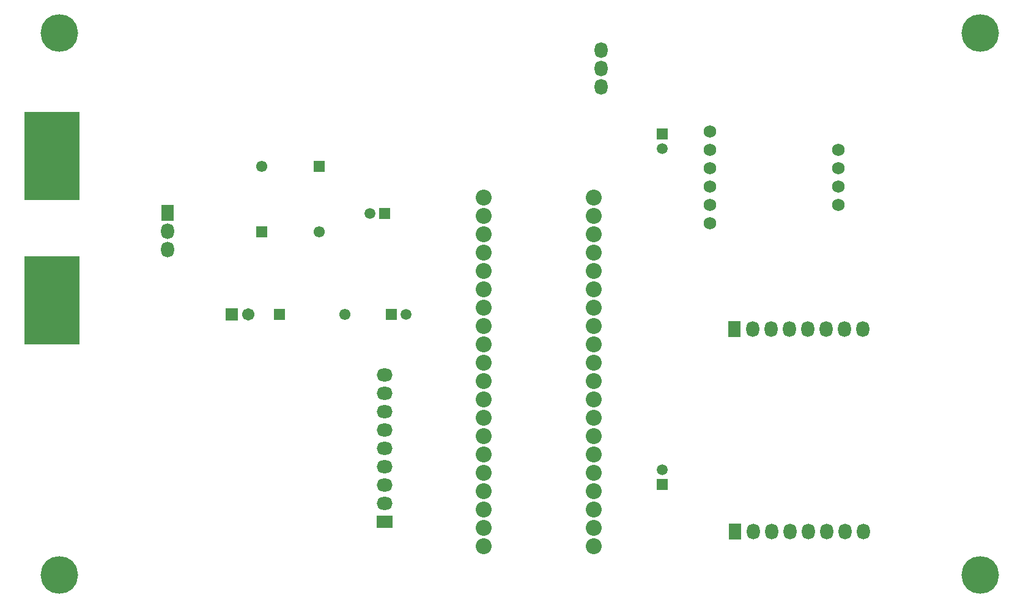
<source format=gbr>
G04*
G04 #@! TF.GenerationSoftware,Altium Limited,Altium Designer,24.1.2 (44)*
G04*
G04 Layer_Color=16711935*
%FSLAX44Y44*%
%MOMM*%
G71*
G04*
G04 #@! TF.SameCoordinates,0D7877E6-725A-4D16-A8B8-B6347F423BC3*
G04*
G04*
G04 #@! TF.FilePolarity,Negative*
G04*
G01*
G75*
%ADD13O,2.2032X1.8032*%
%ADD14R,2.2032X1.8032*%
%ADD15C,5.2032*%
%ADD16O,2.2032X2.2032*%
%ADD17R,7.7032X12.2032*%
%ADD18R,1.8032X2.2032*%
%ADD19O,1.8032X2.2032*%
%ADD20C,1.7272*%
%ADD21C,1.5032*%
%ADD22R,1.5032X1.5032*%
%ADD23R,1.7032X1.7032*%
%ADD24C,1.7032*%
%ADD25R,1.5032X1.5032*%
%ADD26C,1.5532*%
%ADD27R,1.5532X1.5532*%
%ADD28R,1.5532X1.5532*%
D13*
X500000Y148400D02*
D03*
Y173800D02*
D03*
Y199200D02*
D03*
Y224600D02*
D03*
Y250000D02*
D03*
Y275400D02*
D03*
Y300800D02*
D03*
Y326200D02*
D03*
D14*
Y123000D02*
D03*
D15*
X1325000Y800000D02*
D03*
X50000Y800000D02*
D03*
X50000Y50000D02*
D03*
X1325000D02*
D03*
D16*
X790000Y496200D02*
D03*
Y521600D02*
D03*
Y572400D02*
D03*
Y470800D02*
D03*
Y547000D02*
D03*
Y445400D02*
D03*
X637854Y191291D02*
D03*
Y89691D02*
D03*
Y165891D02*
D03*
Y140491D02*
D03*
Y115091D02*
D03*
Y216691D02*
D03*
Y242091D02*
D03*
Y292891D02*
D03*
Y318291D02*
D03*
Y343691D02*
D03*
Y267491D02*
D03*
Y369091D02*
D03*
Y419891D02*
D03*
Y572291D02*
D03*
Y546891D02*
D03*
Y521491D02*
D03*
Y496091D02*
D03*
Y394491D02*
D03*
Y470691D02*
D03*
Y445291D02*
D03*
X790000Y191400D02*
D03*
Y89546D02*
D03*
Y166000D02*
D03*
Y140600D02*
D03*
Y115200D02*
D03*
Y216800D02*
D03*
Y343800D02*
D03*
Y420000D02*
D03*
Y394600D02*
D03*
Y369200D02*
D03*
Y318400D02*
D03*
Y293000D02*
D03*
Y267600D02*
D03*
Y242200D02*
D03*
D17*
X40000Y430000D02*
D03*
Y630000D02*
D03*
D18*
X200000Y550800D02*
D03*
X984600Y390000D02*
D03*
X985400Y110000D02*
D03*
D19*
X200000Y500000D02*
D03*
Y525400D02*
D03*
X1137000Y390000D02*
D03*
X1111600D02*
D03*
X1086200D02*
D03*
X1060800D02*
D03*
X1035400D02*
D03*
X1010000D02*
D03*
X1163200Y110000D02*
D03*
X1137800D02*
D03*
X1112400D02*
D03*
X1087000D02*
D03*
X1061600D02*
D03*
X1036200D02*
D03*
X1010800D02*
D03*
X1162400Y390000D02*
D03*
X800000Y725000D02*
D03*
Y750400D02*
D03*
Y775800D02*
D03*
D20*
X951100Y663500D02*
D03*
X1128900Y638100D02*
D03*
Y612700D02*
D03*
Y587300D02*
D03*
Y561900D02*
D03*
X951100Y536500D02*
D03*
Y561900D02*
D03*
Y587300D02*
D03*
Y612700D02*
D03*
Y638100D02*
D03*
D21*
X885000Y640000D02*
D03*
Y195000D02*
D03*
X530000Y410000D02*
D03*
X480000Y550000D02*
D03*
D22*
X885000Y660000D02*
D03*
Y175000D02*
D03*
D23*
X288600Y410000D02*
D03*
D24*
X311400D02*
D03*
D25*
X510000D02*
D03*
X500000Y550000D02*
D03*
D26*
X445000Y410000D02*
D03*
X330000Y615000D02*
D03*
X410000Y525000D02*
D03*
D27*
X355000Y410000D02*
D03*
D28*
X330000Y525000D02*
D03*
X410000Y615000D02*
D03*
M02*

</source>
